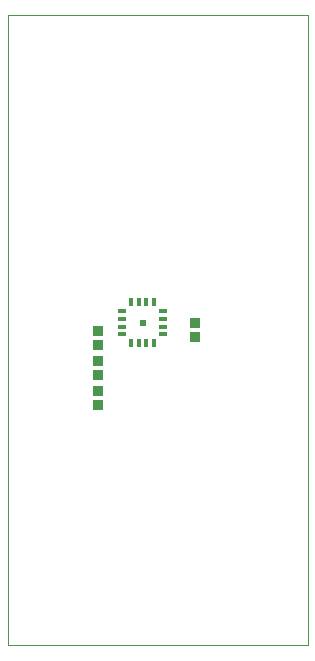
<source format=gtp>
G75*
%MOIN*%
%OFA0B0*%
%FSLAX25Y25*%
%IPPOS*%
%LPD*%
%AMOC8*
5,1,8,0,0,1.08239X$1,22.5*
%
%ADD10C,0.00000*%
%ADD11R,0.03543X0.03346*%
%ADD12R,0.02559X0.01457*%
%ADD13R,0.01457X0.02559*%
%ADD14R,0.01969X0.01969*%
D10*
X0001000Y0011000D02*
X0001000Y0221000D01*
X0101000Y0221000D01*
X0101000Y0011000D01*
X0001000Y0011000D01*
D11*
X0031000Y0091217D03*
X0031000Y0095783D03*
X0031000Y0101217D03*
X0031000Y0105783D03*
X0031000Y0111217D03*
X0031000Y0115783D03*
X0063500Y0113717D03*
X0063500Y0118283D03*
D12*
X0052890Y0117220D03*
X0052890Y0114661D03*
X0052890Y0119780D03*
X0052890Y0122339D03*
X0039110Y0122339D03*
X0039110Y0119780D03*
X0039110Y0117220D03*
X0039110Y0114661D03*
D13*
X0042161Y0111610D03*
X0044720Y0111610D03*
X0047280Y0111610D03*
X0049839Y0111610D03*
X0049839Y0125390D03*
X0047280Y0125390D03*
X0044720Y0125390D03*
X0042161Y0125390D03*
D14*
X0046000Y0118500D03*
M02*

</source>
